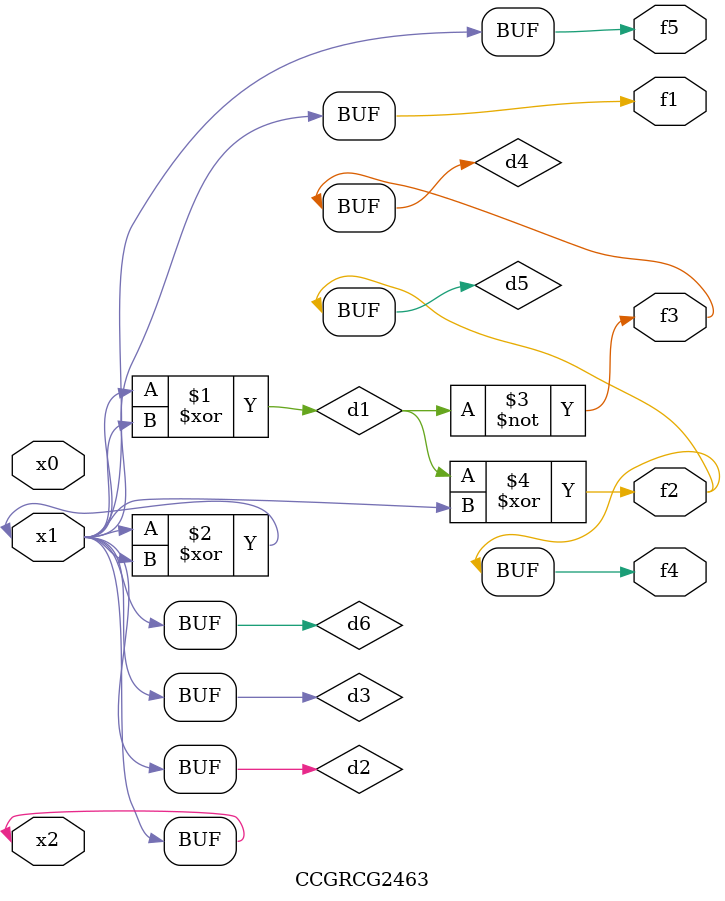
<source format=v>
module CCGRCG2463(
	input x0, x1, x2,
	output f1, f2, f3, f4, f5
);

	wire d1, d2, d3, d4, d5, d6;

	xor (d1, x1, x2);
	buf (d2, x1, x2);
	xor (d3, x1, x2);
	nor (d4, d1);
	xor (d5, d1, d2);
	buf (d6, d2, d3);
	assign f1 = d6;
	assign f2 = d5;
	assign f3 = d4;
	assign f4 = d5;
	assign f5 = d6;
endmodule

</source>
